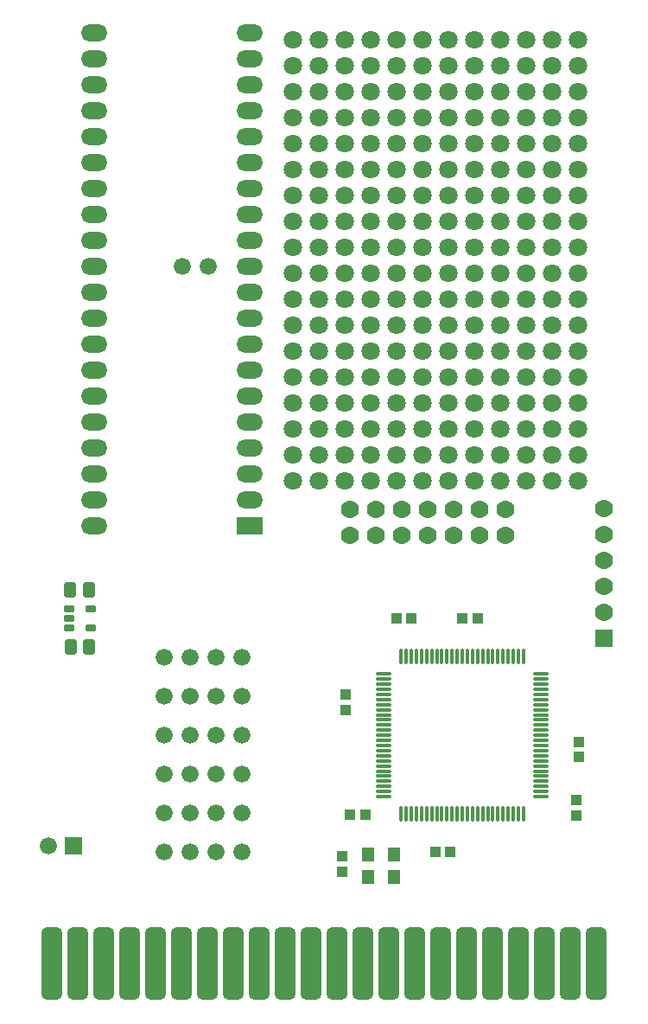
<source format=gts>
G04*
G04 #@! TF.GenerationSoftware,Altium Limited,Altium Designer,21.1.1 (26)*
G04*
G04 Layer_Color=8388736*
%FSLAX25Y25*%
%MOIN*%
G70*
G04*
G04 #@! TF.SameCoordinates,A5F47C6F-2453-4AC6-896B-71FEB3B9F667*
G04*
G04*
G04 #@! TF.FilePolarity,Negative*
G04*
G01*
G75*
G04:AMPARAMS|DCode=23|XSize=81.73mil|YSize=278.58mil|CornerRadius=21.18mil|HoleSize=0mil|Usage=FLASHONLY|Rotation=0.000|XOffset=0mil|YOffset=0mil|HoleType=Round|Shape=RoundedRectangle|*
%AMROUNDEDRECTD23*
21,1,0.08173,0.23622,0,0,0.0*
21,1,0.03937,0.27858,0,0,0.0*
1,1,0.04236,0.01968,-0.11811*
1,1,0.04236,-0.01968,-0.11811*
1,1,0.04236,-0.01968,0.11811*
1,1,0.04236,0.01968,0.11811*
%
%ADD23ROUNDEDRECTD23*%
%ADD24R,0.05024X0.05811*%
%ADD25R,0.04236X0.04433*%
%ADD26R,0.04433X0.04236*%
%ADD27O,0.05811X0.01480*%
%ADD28O,0.01480X0.05811*%
G04:AMPARAMS|DCode=29|XSize=26.61mil|YSize=42.36mil|CornerRadius=7.4mil|HoleSize=0mil|Usage=FLASHONLY|Rotation=270.000|XOffset=0mil|YOffset=0mil|HoleType=Round|Shape=RoundedRectangle|*
%AMROUNDEDRECTD29*
21,1,0.02661,0.02756,0,0,270.0*
21,1,0.01181,0.04236,0,0,270.0*
1,1,0.01480,-0.01378,-0.00591*
1,1,0.01480,-0.01378,0.00591*
1,1,0.01480,0.01378,0.00591*
1,1,0.01480,0.01378,-0.00591*
%
%ADD29ROUNDEDRECTD29*%
G04:AMPARAMS|DCode=30|XSize=48.27mil|YSize=60.08mil|CornerRadius=12.82mil|HoleSize=0mil|Usage=FLASHONLY|Rotation=0.000|XOffset=0mil|YOffset=0mil|HoleType=Round|Shape=RoundedRectangle|*
%AMROUNDEDRECTD30*
21,1,0.04827,0.03445,0,0,0.0*
21,1,0.02264,0.06008,0,0,0.0*
1,1,0.02563,0.01132,-0.01722*
1,1,0.02563,-0.01132,-0.01722*
1,1,0.02563,-0.01132,0.01722*
1,1,0.02563,0.01132,0.01722*
%
%ADD30ROUNDEDRECTD30*%
%ADD31C,0.06992*%
%ADD32C,0.06598*%
%ADD33O,0.10142X0.06598*%
%ADD34R,0.10142X0.06598*%
%ADD35R,0.06598X0.06598*%
%ADD36R,0.06992X0.06992*%
%ADD37C,0.07099*%
D23*
X9169Y19700D02*
D03*
X19169D02*
D03*
X29169D02*
D03*
X39169D02*
D03*
X49169D02*
D03*
X59169D02*
D03*
X69169D02*
D03*
X79169D02*
D03*
X89169D02*
D03*
X99169D02*
D03*
X109169D02*
D03*
X119169D02*
D03*
X129169D02*
D03*
X139169D02*
D03*
X149169D02*
D03*
X159169D02*
D03*
X169169D02*
D03*
X179169D02*
D03*
X189169D02*
D03*
X199169D02*
D03*
X209169D02*
D03*
X219169D02*
D03*
D24*
X131000Y53000D02*
D03*
X141000D02*
D03*
Y61661D02*
D03*
X131000D02*
D03*
D25*
X211500Y82453D02*
D03*
Y76547D02*
D03*
X121000Y60953D02*
D03*
Y55047D02*
D03*
X122500Y123248D02*
D03*
Y117342D02*
D03*
X212500Y99094D02*
D03*
Y105000D02*
D03*
D26*
X162953Y62500D02*
D03*
X157047D02*
D03*
X167500Y152500D02*
D03*
X173406D02*
D03*
X147953D02*
D03*
X142047D02*
D03*
X130000Y77000D02*
D03*
X124094D02*
D03*
D27*
X137185Y131122D02*
D03*
Y129154D02*
D03*
Y127185D02*
D03*
Y125216D02*
D03*
Y123248D02*
D03*
Y121280D02*
D03*
Y119311D02*
D03*
Y117342D02*
D03*
Y115374D02*
D03*
Y113406D02*
D03*
Y111437D02*
D03*
Y109468D02*
D03*
Y107500D02*
D03*
Y105532D02*
D03*
Y103563D02*
D03*
Y101594D02*
D03*
Y99626D02*
D03*
Y97658D02*
D03*
Y95689D02*
D03*
Y93721D02*
D03*
Y91752D02*
D03*
Y89784D02*
D03*
Y87815D02*
D03*
Y85847D02*
D03*
Y83878D02*
D03*
X197815D02*
D03*
Y85847D02*
D03*
Y87815D02*
D03*
Y89784D02*
D03*
Y91752D02*
D03*
Y93721D02*
D03*
Y95689D02*
D03*
Y97658D02*
D03*
Y99626D02*
D03*
Y101594D02*
D03*
Y103563D02*
D03*
Y105532D02*
D03*
Y107500D02*
D03*
Y109468D02*
D03*
Y111437D02*
D03*
Y113406D02*
D03*
Y115374D02*
D03*
Y117342D02*
D03*
Y119311D02*
D03*
Y121280D02*
D03*
Y123248D02*
D03*
Y125216D02*
D03*
Y127185D02*
D03*
Y129154D02*
D03*
Y131122D02*
D03*
D28*
X143878Y77185D02*
D03*
X145846D02*
D03*
X147815D02*
D03*
X149784D02*
D03*
X151752D02*
D03*
X153720D02*
D03*
X155689D02*
D03*
X157658D02*
D03*
X159626D02*
D03*
X161594D02*
D03*
X163563D02*
D03*
X165532D02*
D03*
X167500D02*
D03*
X169468D02*
D03*
X171437D02*
D03*
X173406D02*
D03*
X175374D02*
D03*
X177342D02*
D03*
X179311D02*
D03*
X181280D02*
D03*
X183248D02*
D03*
X185216D02*
D03*
X187185D02*
D03*
X189154D02*
D03*
X191122D02*
D03*
Y137815D02*
D03*
X189154D02*
D03*
X187185D02*
D03*
X185216D02*
D03*
X183248D02*
D03*
X181280D02*
D03*
X179311D02*
D03*
X177342D02*
D03*
X175374D02*
D03*
X173406D02*
D03*
X171437D02*
D03*
X169468D02*
D03*
X167500D02*
D03*
X165532D02*
D03*
X163563D02*
D03*
X161594D02*
D03*
X159626D02*
D03*
X157658D02*
D03*
X155689D02*
D03*
X153720D02*
D03*
X151752D02*
D03*
X149784D02*
D03*
X147815D02*
D03*
X145846D02*
D03*
X143878D02*
D03*
D29*
X15784Y156300D02*
D03*
Y152560D02*
D03*
Y148820D02*
D03*
X24131Y156300D02*
D03*
Y148820D02*
D03*
D30*
X23374Y163600D02*
D03*
X16287D02*
D03*
X16487Y141500D02*
D03*
X23574D02*
D03*
D31*
X184000Y184500D02*
D03*
X174000D02*
D03*
X164000D02*
D03*
X154000D02*
D03*
X144000D02*
D03*
X134000D02*
D03*
X124000D02*
D03*
Y194500D02*
D03*
X134000D02*
D03*
X144000D02*
D03*
X154000D02*
D03*
X164000D02*
D03*
X174000D02*
D03*
X184000D02*
D03*
X222000Y195000D02*
D03*
Y185000D02*
D03*
Y175000D02*
D03*
Y165000D02*
D03*
Y155000D02*
D03*
D32*
X52500Y92500D02*
D03*
X62500D02*
D03*
Y122500D02*
D03*
X52500D02*
D03*
X62500Y62500D02*
D03*
X52500D02*
D03*
X62500Y77500D02*
D03*
X52500D02*
D03*
X62500Y137500D02*
D03*
X52500D02*
D03*
X62500Y107500D02*
D03*
X52500D02*
D03*
X82500D02*
D03*
X72500D02*
D03*
X82500Y92500D02*
D03*
X72500D02*
D03*
X82500Y137500D02*
D03*
X72500D02*
D03*
X82500Y77500D02*
D03*
X72500D02*
D03*
X82500Y62500D02*
D03*
X72500D02*
D03*
X82500Y122500D02*
D03*
X72500D02*
D03*
X59369Y288300D02*
D03*
X69369D02*
D03*
X7658Y65000D02*
D03*
D33*
X85369Y328300D02*
D03*
Y338300D02*
D03*
Y348300D02*
D03*
Y358300D02*
D03*
Y368300D02*
D03*
Y378300D02*
D03*
Y318300D02*
D03*
Y308300D02*
D03*
Y298300D02*
D03*
Y288300D02*
D03*
Y278300D02*
D03*
Y268300D02*
D03*
Y258300D02*
D03*
Y248300D02*
D03*
Y238300D02*
D03*
Y228300D02*
D03*
Y218300D02*
D03*
Y208300D02*
D03*
Y198300D02*
D03*
X25369Y378300D02*
D03*
Y368300D02*
D03*
Y358300D02*
D03*
Y348300D02*
D03*
Y338300D02*
D03*
Y328300D02*
D03*
Y318300D02*
D03*
Y308300D02*
D03*
Y298300D02*
D03*
Y288300D02*
D03*
Y278300D02*
D03*
Y268300D02*
D03*
Y258300D02*
D03*
Y248300D02*
D03*
Y238300D02*
D03*
Y228300D02*
D03*
Y218300D02*
D03*
Y208300D02*
D03*
Y198300D02*
D03*
Y188300D02*
D03*
D34*
X85369D02*
D03*
D35*
X17500Y65000D02*
D03*
D36*
X222000Y145000D02*
D03*
D37*
X152004Y375500D02*
D03*
X192000D02*
D03*
X182000D02*
D03*
X172000D02*
D03*
X162000D02*
D03*
X142000D02*
D03*
X132000D02*
D03*
X122000D02*
D03*
X112000D02*
D03*
X102000Y375492D02*
D03*
X172000Y205500D02*
D03*
X192000D02*
D03*
X182000D02*
D03*
X212000D02*
D03*
X202000Y375500D02*
D03*
X212000D02*
D03*
Y365500D02*
D03*
X192000D02*
D03*
X182000D02*
D03*
X172000D02*
D03*
X122000D02*
D03*
X132000D02*
D03*
X142000D02*
D03*
X152000D02*
D03*
X162000D02*
D03*
X112000D02*
D03*
X102000D02*
D03*
X202000D02*
D03*
Y345500D02*
D03*
X102000D02*
D03*
X112000D02*
D03*
X162000D02*
D03*
X152000D02*
D03*
X142000D02*
D03*
X132000D02*
D03*
X122000D02*
D03*
X172000D02*
D03*
X182000D02*
D03*
X192000D02*
D03*
X212000D02*
D03*
Y355500D02*
D03*
X192000D02*
D03*
X182000D02*
D03*
X172000D02*
D03*
X122000D02*
D03*
X132000D02*
D03*
X142000D02*
D03*
X152000D02*
D03*
X162000D02*
D03*
X112000D02*
D03*
X102000D02*
D03*
X202000D02*
D03*
Y325500D02*
D03*
X102000D02*
D03*
X112000D02*
D03*
X162000D02*
D03*
X152000D02*
D03*
X142000D02*
D03*
X132000D02*
D03*
X122000D02*
D03*
X172000D02*
D03*
X182000D02*
D03*
X192000D02*
D03*
X212000D02*
D03*
Y335500D02*
D03*
X192000D02*
D03*
X182000D02*
D03*
X172000D02*
D03*
X122000D02*
D03*
X132000D02*
D03*
X142000D02*
D03*
X152000D02*
D03*
X162000D02*
D03*
X112000D02*
D03*
X102000D02*
D03*
X202000D02*
D03*
Y305500D02*
D03*
X102000D02*
D03*
X112000D02*
D03*
X162000D02*
D03*
X152000D02*
D03*
X142000D02*
D03*
X132000D02*
D03*
X122000D02*
D03*
X172000D02*
D03*
X182000D02*
D03*
X192000D02*
D03*
X212000D02*
D03*
Y315500D02*
D03*
X192000D02*
D03*
X182000D02*
D03*
X172000D02*
D03*
X122000D02*
D03*
X132000D02*
D03*
X142000D02*
D03*
X152000D02*
D03*
X162000D02*
D03*
X112000D02*
D03*
X102000D02*
D03*
X202000D02*
D03*
Y285500D02*
D03*
X102000D02*
D03*
X112000D02*
D03*
X162000D02*
D03*
X152000D02*
D03*
X142000D02*
D03*
X132000D02*
D03*
X122000D02*
D03*
X172000D02*
D03*
X182000D02*
D03*
X192000D02*
D03*
X212000D02*
D03*
Y295500D02*
D03*
X192000D02*
D03*
X182000D02*
D03*
X172000D02*
D03*
X122000D02*
D03*
X132000D02*
D03*
X142000D02*
D03*
X152000D02*
D03*
X162000D02*
D03*
X112000D02*
D03*
X102000D02*
D03*
X202000D02*
D03*
Y265500D02*
D03*
X102000D02*
D03*
X112000D02*
D03*
X162000D02*
D03*
X152000D02*
D03*
X142000D02*
D03*
X132000D02*
D03*
X122000D02*
D03*
X172000D02*
D03*
X182000D02*
D03*
X192000D02*
D03*
X212000D02*
D03*
Y275500D02*
D03*
X192000D02*
D03*
X182000D02*
D03*
X172000D02*
D03*
X122000D02*
D03*
X132000D02*
D03*
X142000D02*
D03*
X152000D02*
D03*
X162000D02*
D03*
X112000D02*
D03*
X102000D02*
D03*
X202000D02*
D03*
Y245500D02*
D03*
X102000D02*
D03*
X112000D02*
D03*
X162000D02*
D03*
X152000D02*
D03*
X142000D02*
D03*
X132000D02*
D03*
X122000D02*
D03*
X172000D02*
D03*
X182000D02*
D03*
X192000D02*
D03*
X212000D02*
D03*
Y255500D02*
D03*
X192000D02*
D03*
X182000D02*
D03*
X172000D02*
D03*
X122000D02*
D03*
X132000D02*
D03*
X142000D02*
D03*
X152000D02*
D03*
X162000D02*
D03*
X112000D02*
D03*
X102000D02*
D03*
X202000D02*
D03*
Y225500D02*
D03*
X102000D02*
D03*
X112000D02*
D03*
X162000D02*
D03*
X152000D02*
D03*
X142000D02*
D03*
X132000D02*
D03*
X122000D02*
D03*
X172000D02*
D03*
X182000D02*
D03*
X192000D02*
D03*
X212000D02*
D03*
Y235500D02*
D03*
X192000D02*
D03*
X182000D02*
D03*
X172000D02*
D03*
X122000D02*
D03*
X132000D02*
D03*
X142000D02*
D03*
X152000D02*
D03*
X162000D02*
D03*
X112000D02*
D03*
X102000D02*
D03*
X202000D02*
D03*
Y215500D02*
D03*
X102000D02*
D03*
X112000D02*
D03*
X162000D02*
D03*
X152000D02*
D03*
X142000D02*
D03*
X132000D02*
D03*
X122000D02*
D03*
X172000D02*
D03*
X182000D02*
D03*
X192000D02*
D03*
X212000D02*
D03*
X122000Y205500D02*
D03*
X132000D02*
D03*
X142000D02*
D03*
X152000D02*
D03*
X162000D02*
D03*
X112000D02*
D03*
X102000D02*
D03*
X202000D02*
D03*
M02*

</source>
